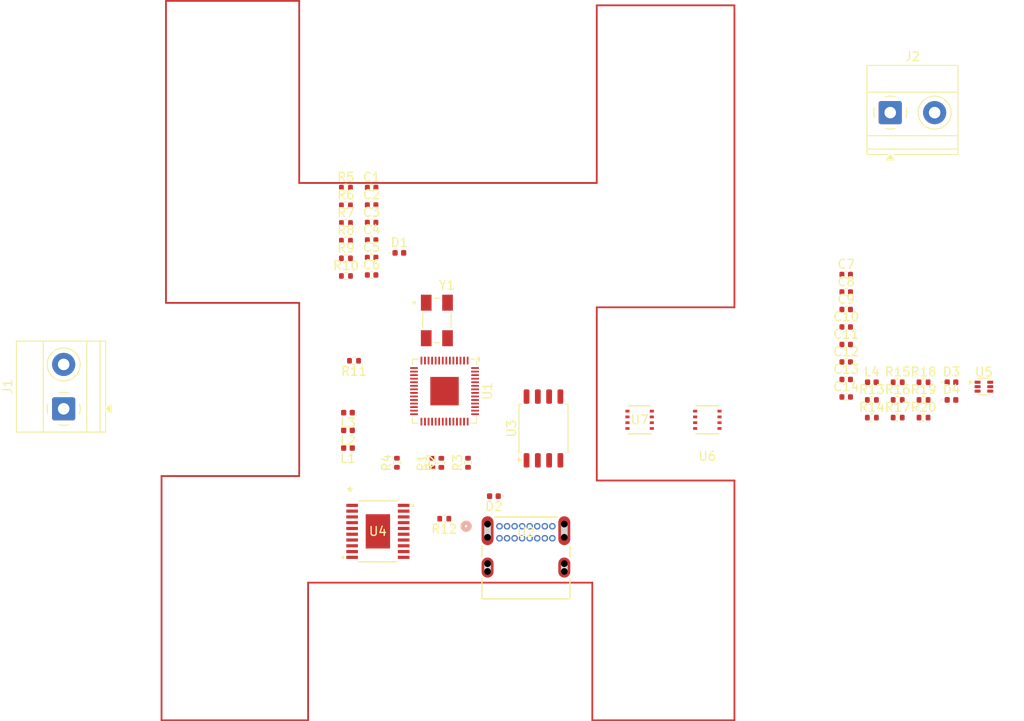
<source format=kicad_pcb>
(kicad_pcb (version 20241229) (generator "pcbnew") (generator_version "9.0")
  (layers (0 "F.Cu" signal) (2 "B.Cu" signal) (13 "F.Paste" user) (15 "B.Paste" user) (5 "F.SilkS" user "F.Silkscreen") (7 "B.SilkS" user "B.Silkscreen") (1 "F.Mask" user) (3 "B.Mask" user) (25 "Edge.Cuts" user))
  (net 0 "")
  (net 1 "1.2V")
  (net 3 "+1.8V")
  (net 9 "+3.3V")
  (net 10 "XIN")
  (net 15 "XOUT")
  (net 19 "Net-(D1-K)")
  (net 21 "Net-(U4-FB2)")
  (net 25 "Net-(U4-FB3)")
  (net 26 "Net-(U4-FB1)")
  (net 28 "VCC")
  (net 29 "+1V1")
  (net 30 "Net-(J1-Pin_2)")
  (net 32 "IO1")
  (net 35 "SS")
  (net 41 "IO3")
  (net 49 "VBUS")
  (net 50 "DP")
  (net 51 "Net-(U1-USB_DP)")
  (net 52 "Net-(U1-USB_DM)")
  (net 53 "DN")
  (net 54 "MEM_CLK")
  (net 55 "GND")
  (net 56 "Net-(U2-CC2)")
  (net 57 "Net-(U2-CC1)")
  (net 58 "IO0")
  (net 59 "Net-(J1-Pin_1)")
  (net 60 "IO2")
  (net 61 "Net-(U4-SW1A)")
  (net 62 "Net-(U4-SW3)")
  (net 63 "Net-(U4-SW2)")
  (net 64 "Net-(U4-SW1B)")
  (net 65 "Net-(C7-Pad2)")
  (net 67 "Net-(C10-Pad2)")
  (net 68 "11.1V")
  (net 71 "Net-(U5-BST)")
  (net 72 "Net-(D3-K)")
  (net 73 "VBAT_REG")
  (net 74 "Net-(U5-SW)")
  (net 75 "Net-(U5-EN)")
  (net 76 "Net-(U5-FB)")
  (net 77 "Net-(U6-Gate1)")
  (net 78 "Net-(U6-Gate2)")
  (net 79 "Net-(U7-Gate1)")
  (net 80 "Net-(U7-Gate2)")
  (footprint "Capacitor_SMD:C_0402_1005Metric" (layer "F.Cu") (at 108.15 78.98)
    (property "Reference" "C2" (at 0 -1.16 0) (layer "F.SilkS"))
    (property "Value" "22uF")
    (pad "1" smd roundrect (at -0.48 0) (size 0.56 0.62) (layers "F.Cu" "F.Mask" "F.Paste") (net 3 "+1.8V"))
    (pad "2" smd roundrect (at 0.48 0) (size 0.56 0.62) (layers "F.Cu" "F.Mask" "F.Paste") (net 55 "GND"))
  )
  (footprint "Capacitor_SMD:C_0402_1005Metric" (layer "F.Cu") (at 108.15 86.86)
    (property "Reference" "C6" (at 0 -1.16 0) (layer "F.SilkS"))
    (property "Value" "30pF")
    (pad "1" smd roundrect (at -0.48 0) (size 0.56 0.62) (layers "F.Cu" "F.Mask" "F.Paste") (net 15 "XOUT"))
    (pad "2" smd roundrect (at 0.48 0) (size 0.56 0.62) (layers "F.Cu" "F.Mask" "F.Paste") (net 55 "GND"))
  )
  (footprint "TerminalBlock_Phoenix:TerminalBlock_Phoenix_MKDS-1,5-2_1x02_P5.00mm_Horizontal" (layer "F.Cu") (at 166.5425 68.58)
    (property "Reference" "J2" (at 2.5 -6.32 0) (layer "F.SilkS"))
    (property "Value" "Screw_Terminal_01x02")
    (pad "1" thru_hole roundrect (at 0 0) (size 2.6 2.6) (drill 1.3) (layers "*.Cu" "*.Mask") (roundrect_rratio 0.096154) (net 55 "GND"))
    (pad "2" thru_hole circle (at 5 0) (size 2.6 2.6) (drill 1.3) (layers "*.Cu" "*.Mask") (net 68 "11.1V"))
  )
  (footprint "Resistor_SMD:R_0402_1005Metric" (layer "F.Cu") (at 116 108.01 90)
    (property "Reference" "R2" (at 0 -1.17 90) (layer "F.SilkS"))
    (property "Value" "27")
    (pad "1" smd roundrect (at -0.51 0 90) (size 0.54 0.64) (layers "F.Cu" "F.Mask" "F.Paste") (net 53 "DN"))
    (pad "2" smd roundrect (at 0.51 0 90) (size 0.54 0.64) (layers "F.Cu" "F.Mask" "F.Paste") (net 52 "Net-(U1-USB_DM)"))
  )
  (footprint "Capacitor_SMD:C_0402_1005Metric" (layer "F.Cu") (at 108.15 84.89)
    (property "Reference" "C5" (at 0 -1.16 0) (layer "F.SilkS"))
    (property "Value" "30pF")
    (pad "1" smd roundrect (at -0.48 0) (size 0.56 0.62) (layers "F.Cu" "F.Mask" "F.Paste") (net 10 "XIN"))
    (pad "2" smd roundrect (at 0.48 0) (size 0.56 0.62) (layers "F.Cu" "F.Mask" "F.Paste") (net 55 "GND"))
  )
  (footprint "LT3521:TSSOP-20_FE&slash_CB_LIT" (layer "F.Cu") (at 108.85805 115.72416)
    (property "Reference" "U4" (at 0 0 0) (layer "F.SilkS"))
    (property "Value" "LTC3521EFE-PBF")
    (fp_text user "*" (at -3.15595 -4.42468 0) (layer "F.SilkS"))
    (fp_text user "*" (at -3.15595 -4.42468 0) (layer "F.SilkS"))
    (pad "1" smd rect (at -2.90195 -2.92608) (size 1.3081 0.3556) (layers "F.Cu" "F.Mask" "F.Paste") (net 25 "Net-(U4-FB3)"))
    (pad "2" smd rect (at -2.90195 -2.27584) (size 1.3081 0.3556) (layers "F.Cu" "F.Mask" "F.Paste") (net 21 "Net-(U4-FB2)"))
    (pad "3" smd rect (at -2.90195 -1.6256) (size 1.3081 0.3556) (layers "F.Cu" "F.Mask" "F.Paste") (net 49 "VBUS"))
    (pad "4" smd rect (at -2.90195 -0.97536) (size 1.3081 0.3556) (layers "F.Cu" "F.Mask" "F.Paste"))
    (pad "5" smd rect (at -2.90195 -0.32512) (size 1.3081 0.3556) (layers "F.Cu" "F.Mask" "F.Paste"))
    (pad "6" smd rect (at -2.90195 0.32512) (size 1.3081 0.3556) (layers "F.Cu" "F.Mask" "F.Paste"))
    (pad "7" smd rect (at -2.90195 0.97536) (size 1.3081 0.3556) (layers "F.Cu" "F.Mask" "F.Paste") (net 19 "Net-(D1-K)"))
    (pad "8" smd rect (at -2.90195 1.6256) (size 1.3081 0.3556) (layers "F.Cu" "F.Mask" "F.Paste") (net 55 "GND"))
    (pad "9" smd rect (at -2.90195 2.27584) (size 1.3081 0.3556) (layers "F.Cu" "F.Mask" "F.Paste") (net 49 "VBUS"))
    (pad "10" smd rect (at -2.90195 2.92608) (size 1.3081 0.3556) (layers "F.Cu" "F.Mask" "F.Paste") (net 26 "Net-(U4-FB1)"))
    (pad "11" smd rect (at 2.90195 2.92608) (size 1.3081 0.3556) (layers "F.Cu" "F.Mask" "F.Paste") (net 49 "VBUS"))
    (pad "12" smd rect (at 2.90195 2.27584) (size 1.3081 0.3556) (layers "F.Cu" "F.Mask" "F.Paste") (net 49 "VBUS"))
    (pad "13" smd rect (at 2.90195 1.6256) (size 1.3081 0.3556) (layers "F.Cu" "F.Mask" "F.Paste") (net 19 "Net-(D1-K)"))
    (pad "14" smd rect (at 2.90195 0.97536) (size 1.3081 0.3556) (layers "F.Cu" "F.Mask" "F.Paste") (net 64 "Net-(U4-SW1B)"))
    (pad "15" smd rect (at 2.90195 0.32512) (size 1.3081 0.3556) (layers "F.Cu" "F.Mask" "F.Paste") (net 61 "Net-(U4-SW1A)"))
    (pad "16" smd rect (at 2.90195 -0.32512) (size 1.3081 0.3556) (layers "F.Cu" "F.Mask" "F.Paste") (net 9 "+3.3V"))
    (pad "17" smd rect (at 2.90195 -0.97536) (size 1.3081 0.3556) (layers "F.Cu" "F.Mask" "F.Paste") (net 62 "Net-(U4-SW3)"))
    (pad "18" smd rect (at 2.90195 -1.6256) (size 1.3081 0.3556) (layers "F.Cu" "F.Mask" "F.Paste") (net 55 "GND"))
    (pad "19" smd rect (at 2.90195 -2.27584) (size 1.3081 0.3556) (layers "F.Cu" "F.Mask" "F.Paste") (net 63 "Net-(U4-SW2)"))
    (pad "20" smd rect (at 2.90195 -2.92608) (size 1.3081 0.3556) (layers "F.Cu" "F.Mask" "F.Paste") (net 19 "Net-(D1-K)"))
    (pad "EPAD" smd rect (at 0 0) (size 2.7432 3.8608) (layers "F.Cu" "F.Mask") (net 55 "GND"))
  )
  (footprint "Resistor_SMD:R_0402_1005Metric" (layer "F.Cu") (at 105.26 86.97)
    (property "Reference" "R10" (at 0 -1.17 0) (layer "F.SilkS"))
    (property "Value" "5.1K")
    (pad "1" smd roundrect (at -0.51 0) (size 0.54 0.64) (layers "F.Cu" "F.Mask" "F.Paste") (net 9 "+3.3V"))
    (pad "2" smd roundrect (at 0.51 0) (size 0.54 0.64) (layers "F.Cu" "F.Mask" "F.Paste") (net 26 "Net-(U4-FB1)"))
  )
  (footprint "Resistor_SMD:R_0402_1005Metric" (layer "F.Cu") (at 164.4725 102.915676)
    (property "Reference" "R14" (at 0 -1.17 0) (layer "F.SilkS"))
    (property "Value" "45K")
    (pad "1" smd roundrect (at -0.51 0) (size 0.54 0.64) (layers "F.Cu" "F.Mask" "F.Paste") (net 75 "Net-(U5-EN)"))
    (pad "2" smd roundrect (at 0.51 0) (size 0.54 0.64) (layers "F.Cu" "F.Mask" "F.Paste") (net 55 "GND"))
  )
  (footprint "Resistor_SMD:R_0402_1005Metric" (layer "F.Cu") (at 106.17 96.52 180)
    (property "Reference" "R11" (at 0 -1.17 0) (layer "F.SilkS"))
    (property "Value" "0")
    (pad "1" smd roundrect (at -0.51 0 180) (size 0.54 0.64) (layers "F.Cu" "F.Mask" "F.Paste") (net 3 "+1.8V"))
    (pad "2" smd roundrect (at 0.51 0 180) (size 0.54 0.64) (layers "F.Cu" "F.Mask" "F.Paste") (net 28 "VCC"))
  )
  (footprint "Capacitor_SMD:C_0402_1005Metric" (layer "F.Cu") (at 161.5825 98.625676)
    (property "Reference" "C13" (at 0 -1.16 0) (layer "F.SilkS"))
    (property "Value" "10uF")
    (pad "1" smd roundrect (at -0.48 0) (size 0.56 0.62) (layers "F.Cu" "F.Mask" "F.Paste") (net 68 "11.1V"))
    (pad "2" smd roundrect (at 0.48 0) (size 0.56 0.62) (layers "F.Cu" "F.Mask" "F.Paste") (net 55 "GND"))
  )
  (footprint "Capacitor_SMD:C_0402_1005Metric" (layer "F.Cu") (at 161.5825 86.805676)
    (property "Reference" "C7" (at 0 -1.16 0) (layer "F.SilkS"))
    (property "Value" "1uF")
    (pad "1" smd roundrect (at -0.48 0) (size 0.56 0.62) (layers "F.Cu" "F.Mask" "F.Paste") (net 28 "VCC"))
    (pad "2" smd roundrect (at 0.48 0) (size 0.56 0.62) (layers "F.Cu" "F.Mask" "F.Paste") (net 65 "Net-(C7-Pad2)"))
  )
  (footprint "Resistor_SMD:R_0402_1005Metric" (layer "F.Cu") (at 119 108 90)
    (property "Reference" "R3" (at 0 -1.17 90) (layer "F.SilkS"))
    (property "Value" "5.1K")
    (pad "1" smd roundrect (at -0.51 0 90) (size 0.54 0.64) (layers "F.Cu" "F.Mask" "F.Paste") (net 56 "Net-(U2-CC2)"))
    (pad "2" smd roundrect (at 0.51 0 90) (size 0.54 0.64) (layers "F.Cu" "F.Mask" "F.Paste") (net 55 "GND"))
  )
  (footprint "Capacitor_SMD:C_0402_1005Metric" (layer "F.Cu") (at 108.15 82.92)
    (property "Reference" "C4" (at 0 -1.16 0) (layer "F.SilkS"))
    (property "Value" "100nF")
    (pad "1" smd roundrect (at -0.48 0) (size 0.56 0.62) (layers "F.Cu" "F.Mask" "F.Paste") (net 9 "+3.3V"))
    (pad "2" smd roundrect (at 0.48 0) (size 0.56 0.62) (layers "F.Cu" "F.Mask" "F.Paste") (net 55 "GND"))
  )
  (footprint "Resistor_SMD:R_0402_1005Metric" (layer "F.Cu") (at 111 108 90)
    (property "Reference" "R4" (at 0 -1.17 90) (layer "F.SilkS"))
    (property "Value" "5.1K")
    (pad "1" smd roundrect (at -0.51 0 90) (size 0.54 0.64) (layers "F.Cu" "F.Mask" "F.Paste") (net 57 "Net-(U2-CC1)"))
    (pad "2" smd roundrect (at 0.51 0 90) (size 0.54 0.64) (layers "F.Cu" "F.Mask" "F.Paste") (net 55 "GND"))
  )
  (footprint "ABM3B-12:XTAL_ABM3B-12.000MHZ-10-1-U-T" (layer "F.Cu") (at 115.5 91.98)
    (property "Reference" "Y1" (at 1.125 -3.985 0) (layer "F.SilkS"))
    (property "Value" "ABM3B-12.000MHZ-10-1-U-T")
    (pad "1" smd rect (at -1.2 -2) (size 1.2 1.8) (layers "F.Cu" "F.Mask" "F.Paste") (net 10 "XIN"))
    (pad "2" smd rect (at -1.2 2) (size 1.2 1.8) (layers "F.Cu" "F.Mask" "F.Paste") (net 55 "GND"))
    (pad "3" smd rect (at 1.2 2) (size 1.2 1.8) (layers "F.Cu" "F.Mask" "F.Paste") (net 15 "XOUT"))
    (pad "4" smd rect (at 1.2 -2) (size 1.2 1.8) (layers "F.Cu" "F.Mask" "F.Paste") (net 55 "GND"))
  )
  (footprint "Resistor_SMD:R_0402_1005Metric" (layer "F.Cu") (at 170.2925 102.915676)
    (property "Reference" "R20" (at 0 -1.17 0) (layer "F.SilkS"))
    (property "Value" "5.1K")
    (pad "1" smd roundrect (at -0.51 0) (size 0.54 0.64) (layers "F.Cu" "F.Mask" "F.Paste") (net 80 "Net-(U7-Gate2)"))
    (pad "2" smd roundrect (at 0.51 0) (size 0.54 0.64) (layers "F.Cu" "F.Mask" "F.Paste") (net 55 "GND"))
  )
  (footprint "Resistor_SMD:R_0402_1005Metric" (layer "F.Cu") (at 116.33 114.3 180)
    (property "Reference" "R12" (at 0 -1.17 0) (layer "F.SilkS"))
    (property "Value" "0")
    (pad "1" smd roundrect (at -0.51 0 180) (size 0.54 0.64) (layers "F.Cu" "F.Mask" "F.Paste") (net 9 "+3.3V"))
    (pad "2" smd roundrect (at 0.51 0 180) (size 0.54 0.64) (layers "F.Cu" "F.Mask" "F.Paste") (net 28 "VCC"))
  )
  (footprint "Resistor_SMD:R_0402_1005Metric" (layer "F.Cu") (at 167.3825 100.925676)
    (property "Reference" "R16" (at 0 -1.17 0) (layer "F.SilkS"))
    (property "Value" "5.1K")
    (pad "1" smd roundrect (at -0.51 0) (size 0.54 0.64) (layers "F.Cu" "F.Mask" "F.Paste") (net 76 "Net-(U5-FB)"))
    (pad "2" smd roundrect (at 0.51 0) (size 0.54 0.64) (layers "F.Cu" "F.Mask" "F.Paste") (net 55 "GND"))
  )
  (footprint "Resistor_SMD:R_0402_1005Metric" (layer "F.Cu") (at 170.2925 100.925676)
    (property "Reference" "R19" (at 0 -1.17 0) (layer "F.SilkS"))
    (property "Value" "5.1K")
    (pad "1" smd roundrect (at -0.51 0) (size 0.54 0.64) (layers "F.Cu" "F.Mask" "F.Paste") (net 49 "VBUS"))
    (pad "2" smd roundrect (at 0.51 0) (size 0.54 0.64) (layers "F.Cu" "F.Mask" "F.Paste") (net 79 "Net-(U7-Gate1)"))
  )
  (footprint "Resistor_SMD:R_0402_1005Metric" (layer "F.Cu") (at 167.3825 102.915676)
    (property "Reference" "R17" (at 0 -1.17 0) (layer "F.SilkS"))
    (property "Value" "5.1K")
    (pad "1" smd roundrect (at -0.51 0) (size 0.54 0.64) (layers "F.Cu" "F.Mask" "F.Paste") (net 49 "VBUS"))
    (pad "2" smd roundrect (at 0.51 0) (size 0.54 0.64) (layers "F.Cu" "F.Mask" "F.Paste") (net 77 "Net-(U6-Gate1)"))
  )
  (footprint "Diode_SMD:D_0402_1005Metric" (layer "F.Cu") (at 173.4375 98.935676)
    (property "Reference" "D3" (at 0 -1.17 0) (layer "F.SilkS"))
    (property "Value" "D_Zener")
    (pad "1" smd roundrect (at -0.485 0) (size 0.59 0.64) (layers "F.Cu" "F.Mask" "F.Paste") (net 72 "Net-(D3-K)"))
    (pad "2" smd roundrect (at 0.485 0) (size 0.59 0.64) (layers "F.Cu" "F.Mask" "F.Paste") (net 68 "11.1V"))
  )
  (footprint "TerminalBlock_Phoenix:TerminalBlock_Phoenix_MKDS-1,5-2_1x02_P5.00mm_Horizontal" (layer "F.Cu") (at 73.48 101.93 90)
    (property "Reference" "J1" (at 2.5 -6.32 90) (layer "F.SilkS"))
    (property "Value" "Screw_Terminal_01x02")
    (pad "1" thru_hole roundrect (at 0 0 90) (size 2.6 2.6) (drill 1.3) (layers "*.Cu" "*.Mask") (roundrect_rratio 0.096154) (net 59 "Net-(J1-Pin_1)"))
    (pad "2" thru_hole circle (at 5 0 90) (size 2.6 2.6) (drill 1.3) (layers "*.Cu" "*.Mask") (net 30 "Net-(J1-Pin_2)"))
  )
  (footprint "Diode_SMD:D_0402_1005Metric" (layer "F.Cu") (at 173.4375 100.925676)
    (property "Reference" "D4" (at 0 -1.17 0) (layer "F.SilkS"))
    (property "Value" "D_Zener")
    (pad "1" smd roundrect (at -0.485 0) (size 0.59 0.64) (layers "F.Cu" "F.Mask" "F.Paste") (net 73 "VBAT_REG"))
    (pad "2" smd roundrect (at 0.485 0) (size 0.59 0.64) (layers "F.Cu" "F.Mask" "F.Paste") (net 73 "VBAT_REG"))
  )
  (footprint "Diode_SMD:D_0402_1005Metric" (layer "F.Cu") (at 111.275 84.37)
    (property "Reference" "D1" (at 0 -1.17 0) (layer "F.SilkS"))
    (property "Value" "D_Zener")
    (pad "1" smd roundrect (at -0.485 0) (size 0.59 0.64) (layers "F.Cu" "F.Mask" "F.Paste") (net 19 "Net-(D1-K)"))
    (pad "2" smd roundrect (at 0.485 0) (size 0.59 0.64) (layers "F.Cu" "F.Mask" "F.Paste") (net 49 "VBUS"))
  )
  (footprint "Inductor_SMD:L_0402_1005Metric" (layer "F.Cu") (at 105.49 102.36 180)
    (property "Reference" "L3" (at 0 -1.17 0) (layer "F.SilkS"))
    (property "Value" "4.7uH")
    (pad "1" smd roundrect (at -0.485 0 180) (size 0.59 0.64) (layers "F.Cu" "F.Mask" "F.Paste") (net 62 "Net-(U4-SW3)"))
    (pad "2" smd roundrect (at 0.485 0 180) (size 0.59 0.64) (layers "F.Cu" "F.Mask" "F.Paste") (net 1 "1.2V"))
  )
  (footprint "Capacitor_SMD:C_0402_1005Metric" (layer "F.Cu") (at 161.5825 96.655676)
    (property "Reference" "C12" (at 0 -1.16 0) (layer "F.SilkS"))
    (property "Value" "1uF")
    (pad "1" smd roundrect (at -0.48 0) (size 0.56 0.62) (layers "F.Cu" "F.Mask" "F.Paste") (net 29 "+1V1"))
    (pad "2" smd roundrect (at 0.48 0) (size 0.56 0.62) (layers "F.Cu" "F.Mask" "F.Paste") (net 67 "Net-(C10-Pad2)"))
  )
  (footprint "Resistor_SMD:R_0402_1005Metric" (layer "F.Cu") (at 105.26 82.99)
    (property "Reference" "R8" (at 0 -1.17 0) (layer "F.SilkS"))
    (property "Value" "5.1K")
    (pad "1" smd roundrect (at -0.51 0) (size 0.54 0.64) (layers "F.Cu" "F.Mask" "F.Paste") (net 25 "Net-(U4-FB3)"))
    (pad "2" smd roundrect (at 0.51 0) (size 0.54 0.64) (layers "F.Cu" "F.Mask" "F.Paste") (net 55 "GND"))
  )
  (footprint "Resistor_SMD:R_0402_1005Metric" (layer "F.Cu") (at 115 108.01 90)
    (property "Reference" "R1" (at 0 -1.17 90) (layer "F.SilkS"))
    (property "Value" "27")
    (pad "1" smd roundrect (at -0.51 0 90) (size 0.54 0.64) (layers "F.Cu" "F.Mask" "F.Paste") (net 50 "DP"))
    (pad "2" smd roundrect (at 0.51 0 90) (size 0.54 0.64) (layers "F.Cu" "F.Mask" "F.Paste") (net 51 "Net-(U1-USB_DP)"))
  )
  (footprint "Package_TO_SOT_SMD:SOT-563" (layer "F.Cu") (at 177.0875 99.435676)
    (property "Reference" "U5" (at 0 -1.65 0) (layer "F.SilkS"))
    (property "Value" "AP62150WU")
    (pad "1" smd roundrect (at -0.7125 -0.5) (size 0.675 0.35) (layers "F.Cu" "F.Mask" "F.Paste") (net 55 "GND"))
    (pad "2" smd roundrect (at -0.7125 0) (size 0.675 0.35) (layers "F.Cu" "F.Mask" "F.Paste") (net 74 "Net-(U5-SW)"))
    (pad "3" smd roundrect (at -0.7125 0.5) (size 0.675 0.35) (layers "F.Cu" "F.Mask" "F.Paste") (net 72 "Net-(D3-K)"))
    (pad "4" smd roundrect (at 0.7125 0.5) (size 0.675 0.35) (layers "F.Cu" "F.Mask" "F.Paste") (net 76 "Net-(U5-FB)"))
    (pad "5" smd roundrect (at 0.7125 0) (size 0.675 0.35) (layers "F.Cu" "F.Mask" "F.Paste") (net 75 "Net-(U5-EN)"))
    (pad "6" smd roundrect (at 0.7125 -0.5) (size 0.675 0.35) (layers "F.Cu" "F.Mask" "F.Paste") (net 71 "Net-(U5-BST)"))
  )
  (footprint "Resistor_SMD:R_0402_1005Metric" (layer "F.Cu") (at 164.4725 100.925676)
    (property "Reference" "R13" (at 0 -1.17 0) (layer "F.SilkS"))
    (property "Value" "55K")
    (pad "1" smd roundrect (at -0.51 0) (size 0.54 0.64) (layers "F.Cu" "F.Mask" "F.Paste") (net 68 "11.1V"))
    (pad "2" smd roundrect (at 0.51 0) (size 0.54 0.64) (layers "F.Cu" "F.Mask" "F.Paste") (net 75 "Net-(U5-EN)"))
  )
  (footprint "Capacitor_SMD:C_0402_1005Metric" (layer "F.Cu") (at 108.15 80.95)
    (property "Reference" "C3" (at 0 -1.16 0) (layer "F.SilkS"))
    (property "Value" "22uF")
    (pad "1" smd roundrect (at -0.48 0) (size 0.56 0.62) (layers "F.Cu" "F.Mask" "F.Paste") (net 9 "+3.3V"))
    (pad "2" smd roundrect (at 0.48 0) (size 0.56 0.62) (layers "F.Cu" "F.Mask" "F.Paste") (net 55 "GND"))
  )
  (footprint "Resistor_SMD:R_0402_1005Metric" (layer "F.Cu") (at 105.26 84.98)
    (property "Reference" "R9" (at 0 -1.17 0) (layer "F.SilkS"))
    (property "Value" "5.1K")
    (pad "1" smd roundrect (at -0.51 0) (size 0.54 0.64) (layers "F.Cu" "F.Mask" "F.Paste") (net 26 "Net-(U4-FB1)"))
    (pad "2" smd roundrect (at 0.51 0) (size 0.54 0.64) (layers "F.Cu" "F.Mask" "F.Paste") (net 55 "GND"))
  )
  (footprint "Inductor_SMD:L_0402_1005Metric" (layer "F.Cu") (at 164.4725 98.935676)
    (property "Reference" "L4" (at 0 -1.17 0) (layer "F.SilkS"))
    (property "Value" "3.3uH")
    (pad "1" smd roundrect (at -0.485 0) (size 0.59 0.64) (layers "F.Cu" "F.Mask" "F.Paste") (net 74 "Net-(U5-SW)"))
    (pad "2" smd roundrect (at 0.485 0) (size 0.59 0.64) (layers "F.Cu" "F.Mask" "F.Paste") (net 73 "VBAT_REG"))
  )
  (footprint "Capacitor_SMD:C_0402_1005Metric" (layer "F.Cu") (at 108.15 77.01)
    (property "Reference" "C1" (at 0 -1.16 0) (layer "F.SilkS"))
    (property "Value" "22uF")
    (pad "1" smd roundrect (at -0.48 0) (size 0.56 0.62) (layers "F.Cu" "F.Mask" "F.Paste") (net 1 "1.2V"))
    (pad "2" smd roundrect (at 0.48 0) (size 0.56 0.62) (layers "F.Cu" "F.Mask" "F.Paste") (net 55 "GND"))
  )
  (footprint "Capacitor_SMD:C_0402_1005Metric" (layer "F.Cu") (at 161.5825 90.745676)
    (property "Reference" "C9" (at 0 -1.16 0) (layer "F.SilkS"))
    (property "Value" "1uF")
    (pad "1" smd roundrect (at -0.48 0) (size 0.56 0.62) (layers "F.Cu" "F.Mask" "F.Paste") (net 28 "VCC"))
    (pad "2" smd roundrect (at 0.48 0) (size 0.56 0.62) (layers "F.Cu" "F.Mask" "F.Paste") (net 65 "Net-(C7-Pad2)"))
  )
  (footprint "2137160001_MOL_USB-C:2137160001_MOL" (layer "F.Cu") (at 122.549999 115.15)
    (property "Reference" "U2" (at 2.975 0.675 0) (layer "F.SilkS"))
    (property "Value" "2137160001")
    (fp_line (start -1.345001 5.094501) (end -1.345001 4.205501) (stroke (width 0.762)) (layer "Edge.Cuts"))
    (fp_line (start -1.345 1.2493) (end -1.345 -0.2493) (stroke (width 0.762)) (layer "Edge.Cuts"))
    (fp_line (start 7.295001 1.2493) (end 7.295001 -0.2493) (stroke (width 0.762)) (layer "Edge.Cuts"))
    (fp_line (start 7.295002 5.094501) (end 7.295002 4.205501) (stroke (width 0.762)) (layer "Edge.Cuts"))
    (pad "" np_thru_hole circle (at -1.345001 4.205501) (size 0.762 0.762) (drill 0.762) (layers))
    (pad "" np_thru_hole circle (at -1.345001 5.094501) (size 0.762 0.762) (drill 0.762) (layers))
    (pad "" np_thru_hole circle (at -1.345 -0.2493) (size 0.762 0.762) (drill 0.762) (layers))
    (pad "" np_thru_hole circle (at -1.345 1.2493) (size 0.762 0.762) (drill 0.762) (layers))
    (pad "" np_thru_hole circle (at 7.295001 -0.2493) (size 0.762 0.762) (drill 0.762) (layers))
    (pad "" np_thru_hole circle (at 7.295001 1.2493) (size 0.762 0.762) (drill 0.762) (layers))
    (pad "" np_thru_hole circle (at 7.295002 4.205501) (size 0.762 0.762) (drill 0.762) (layers))
    (pad "" np_thru_hole circle (at 7.295002 5.094501) (size 0.762 0.762) (drill 0.762) (layers))
    (pad "17" smd oval (at -1.345001 0.499999) (size 1.3462 3.2512) (layers "F.Cu" "F.Mask" "F.Paste"))
    (pad "18" smd oval (at 7.295002 0.499999) (size 1.3462 3.2512) (layers "F.Cu" "F.Mask" "F.Paste"))
    (pad "19" smd oval (at -1.345001 4.650001) (size 1.3462 2.2606) (layers "F.Cu" "F.Mask" "F.Paste"))
    (pad "20" smd oval (at 7.295002 4.650001) (size 1.3462 2.2606) (layers "F.Cu" "F.Mask" "F.Paste"))
    (pad "A1" thru_hole circle (at 0 0) (size 0.7366 0.7366) (drill 0.4318) (layers "*.Cu" "*.Mask") (net 55 "GND"))
    (pad "A4" thru_hole circle (at 0.850001 0) (size 0.7366 0.7366) (drill 0.4318) (layers "*.Cu" "*.Mask") (net 49 "VBUS"))
    (pad "A5" thru_hole circle (at 1.699999 0) (size 0.7366 0.7366) (drill 0.4318) (layers "*.Cu" "*.Mask") (net 57 "Net-(U2-CC1)"))
    (pad "A6" thru_hole circle (at 2.55 0) (size 0.7366 0.7366) (drill 0.4318) (layers "*.Cu" "*.Mask") (net 50 "DP"))
    (pad "A7" thru_hole circle (at 3.400001 0) (size 0.7366 0.7366) (drill 0.4318) (layers "*.Cu" "*.Mask") (net 53 "DN"))
    (pad "A8" thru_hole circle (at 4.250002 0) (size 0.7366 0.7366) (drill 0.4318) (layers "*.Cu" "*.Mask"))
    (pad "A9" thru_hole circle (at 5.1 0) (size 0.7366 0.7366) (drill 0.4318) (layers "*.Cu" "*.Mask") (net 49 "VBUS"))
    (pad "A12" thru_hole circle (at 5.950001 0) (size 0.7366 0.7366) (drill 0.4318) (layers "*.Cu" "*.Mask") (net 55 "GND"))
    (pad "B1" thru_hole circle (at 5.950001 1.35) (size 0.7366 0.7366) (drill 0.4318) (layers "*.Cu" "*.Mask") (net 55 "GND"))
    (pad "B4" thru_hole circle (at 5.1 1.35) (size 0.7366 0.7366) (drill 0.4318) (layers "*.Cu" "*.Mask") (net 49 "VBUS"))
    (pad "B5" thru_hole circle (at 4.250002 1.35) (size 0.7366 0.7366) (drill 0.4318) (layers "*.Cu" "*.Mask") (net 56 "Net-(U2-CC2)"))
    (pad "B6" thru_hole circle (at 3.400001 1.35) (size 0.7366 0.7366) (drill 0.4318) (layers "*.Cu" "*.Mask") (net 50 "DP"))
    (pad "B7" thru_hole circle (at 2.55 1.35) (size 0.7366 0.7366) (drill 0.4318) (layers "*.Cu" "*.Mask") (net 53 "DN"))
    (pad "B8" thru_hole circle (at 1.699999 1.35) (size 0.7366 0.7366) (drill 0.4318) (layers "*.Cu" "*.Mask"))
    (pad "B9" thru_hole circle (at 0.850001 1.35) (size 0.7366 0.7366) (drill 0.4318) (layers "*.Cu" "*.Mask") (net 49 "VBUS"))
    (pad "B12" thru_hole circle (at 0 1.35) (size 0.7366 0.7366) (drill 0.4318) (layers "*.Cu" "*.Mask") (net 55 "GND"))
  )
  (footprint "Capacitor_SMD:C_0402_1005Metric" (layer "F.Cu") (at 161.5825 94.685676)
    (property "Reference" "C11" (at 0 -1.16 0) (layer "F.SilkS"))
    (property "Value" "1uF")
    (pad "1" smd roundrect (at -0.48 0) (size 0.56 0.62) (layers "F.Cu" "F.Mask" "F.Paste") (net 29 "+1V1"))
    (pad "2" smd roundrect (at 0.48 0) (size 0.56 0.62) (layers "F.Cu" "F.Mask" "F.Paste") (net 67 "Net-(C10-Pad2)"))
  )
  (footprint "Package_DFN_QFN:QFN-56-1EP_7x7mm_P0.4mm_EP3.2x3.2mm" (layer "F.Cu") (at 116.360194 99.935676 -90)
    (property "Reference" "U1" (at 0 -4.83 90) (layer "F.SilkS"))
    (property "Value" "RP2040")
    (pad "1" smd roundrect (at -3.4375 -2.6 270) (size 0.875 0.2) (layers "F.Cu" "F.Mask" "F.Paste") (net 28 "VCC"))
    (pad "2" smd roundrect (at -3.4375 -2.2 270) (size 0.875 0.2) (layers "F.Cu" "F.Mask" "F.Paste"))
    (pad "3" smd roundrect (at -3.4375 -1.8 270) (size 0.875 0.2) (layers "F.Cu" "F.Mask" "F.Paste"))
    (pad "4" smd roundrect (at -3.4375 -1.4 270) (size 0.875 0.2) (layers "F.Cu" "F.Mask" "F.Paste"))
    (pad "5" smd roundrect (at -3.4375 -1 270) (size 0.875 0.2) (layers "F.Cu" "F.Mask" "F.Paste"))
    (pad "6" smd roundrect (at -3.4375 -0.6 270) (size 0.875 0.2) (layers "F.Cu" "F.Mask" "F.Paste"))
    (pad "7" smd roundrect (at -3.4375 -0.2 270) (size 0.875 0.2) (layers "F.Cu" "F.Mask" "F.Paste"))
    (pad "8" smd roundrect (at -3.4375 0.2 270) (size 0.875 0.2) (layers "F.Cu" "F.Mask" "F.Paste"))
    (pad "9" smd roundrect (at -3.4375 0.6 270) (size 0.875 0.2) (layers "F.Cu" "F.Mask" "F.Paste"))
    (pad "10" smd roundrect (at -3.4375 1 270) (size 0.875 0.2) (layers "F.Cu" "F.Mask" "F.Paste") (net 28 "VCC"))
    (pad "11" smd roundrect (at -3.4375 1.4 270) (size 0.875 0.2) (layers "F.Cu" "F.Mask" "F.Paste"))
    (pad "12" smd roundrect (at -3.4375 1.8 270) (size 0.875 0.2) (layers "F.Cu" "F.Mask" "F.Paste"))
    (pad "13" smd roundrect (at -3.4375 2.2 270) (size 0.875 0.2) (layers "F.Cu" "F.Mask" "F.Paste"))
    (pad "14" smd roundrect (at -3.4375 2.6 270) (size 0.875 0.2) (layers "F.Cu" "F.Mask" "F.Paste"))
    (pad "15" smd roundrect (at -2.6 3.4375 270) (size 0.2 0.875) (layers "F.Cu" "F.Mask" "F.Paste"))
    (pad "16" smd roundrect (at -2.2 3.4375 270) (size 0.2 0.875) (layers "F.Cu" "F.Mask" "F.Paste"))
    (pad "17" smd roundrect (at -1.8 3.4375 270) (size 0.2 0.875) (layers "F.Cu" "F.Mask" "F.Paste"))
    (pad "18" smd roundrect (at -1.4 3.4375 270) (size 0.2 0.875) (layers "F.Cu" "F.Mask" "F.Paste"))
    (pad "19" smd roundrect (at -1 3.4375 270) (size 0.2 0.875) (layers "F.Cu" "F.Mask" "F.Paste") (net 55 "GND"))
    (pad "20" smd roundrect (at -0.6 3.4375 270) (size 0.2 0.875) (layers "F.Cu" "F.Mask" "F.Paste") (net 10 "XIN"))
    (pad "21" smd roundrect (at -0.2 3.4375 270) (size 0.2 0.875) (layers "F.Cu" "F.Mask" "F.Paste") (net 15 "XOUT"))
    (pad "22" smd roundrect (at 0.2 3.4375 270) (size 0.2 0.875) (layers "F.Cu" "F.Mask" "F.Paste") (net 28 "VCC"))
    (pad "23" smd roundrect (at 0.6 3.4375 270) (size 0.2 0.875) (layers "F.Cu" "F.Mask" "F.Paste") (net 29 "+1V1"))
    (pad "24" smd roundrect (at 1 3.4375 270) (size 0.2 0.875) (layers "F.Cu" "F.Mask" "F.Paste") (net 30 "Net-(J1-Pin_2)"))
    (pad "25" smd roundrect (at 1.4 3.4375 270) (size 0.2 0.875) (layers "F.Cu" "F.Mask" "F.Paste") (net 59 "Net-(J1-Pin_1)"))
    (pad "26" smd roundrect (at 1.8 3.4375 270) (size 0.2 0.875) (layers "F.Cu" "F.Mask" "F.Paste"))
    (pad "27" smd roundrect (at 2.2 3.4375 270) (size 0.2 0.875) (layers "F.Cu" "F.Mask" "F.Paste"))
    (pad "28" smd roundrect (at 2.6 3.4375 270) (size 0.2 0.875) (layers "F.Cu" "F.Mask" "F.Paste"))
    (pad "29" smd roundrect (at 3.4375 2.6 270) (size 0.875 0.2) (layers "F.Cu" "F.Mask" "F.Paste"))
    (pad "30" smd roundrect (at 3.4375 2.2 270) (size 0.875 0.2) (layers "F.Cu" "F.Mask" "F.Paste"))
    (pad "31" smd roundrect (at 3.4375 1.8 270) (size 0.875 0.2) (layers "F.Cu" "F.Mask" "F.Paste"))
    (pad "32" smd roundrect (at 3.4375 1.4 270) (size 0.875 0.2) (layers "F.Cu" "F.Mask" "F.Paste"))
    (pad "33" smd roundrect (at 3.4375 1 270) (size 0.875 0.2) (layers "F.Cu" "F.Mask" "F.Paste") (net 28 "VCC"))
    (pad "34" smd roundrect (at 3.4375 0.6 270) (size 0.875 0.2) (layers "F.Cu" "F.Mask" "F.Paste"))
    (pad "35" smd roundrect (at 3.4375 0.2 270) (size 0.875 0.2) (layers "F.Cu" "F.Mask" "F.Paste"))
    (pad "36" smd roundrect (at 3.4375 -0.2 270) (size 0.875 0.2) (layers "F.Cu" "F.Mask" "F.Paste"))
    (pad "37" smd roundrect (at 3.4375 -0.6 270) (size 0.875 0.2) (layers "F.Cu" "F.Mask" "F.Paste"))
    (pad "38" smd roundrect (at 3.4375 -1 270) (size 0.875 0.2) (layers "F.Cu" "F.Mask" "F.Paste"))
    (pad "39" smd roundrect (at 3.4375 -1.4 270) (size 0.875 0.2) (layers "F.Cu" "F.Mask" "F.Paste"))
    (pad "40" smd roundrect (at 3.4375 -1.8 270) (size 0.875 0.2) (layers "F.Cu" "F.Mask" "F.Paste"))
    (pad "41" smd roundrect (at 3.4375 -2.2 270) (size 0.875 0.2) (layers "F.Cu" "F.Mask" "F.Paste"))
    (pad "42" smd roundrect (at 3.4375 -2.6 270) (size 0.875 0.2) (layers "F.Cu" "F.Mask" "F.Paste") (net 28 "VCC"))
    (pad "43" smd roundrect (at 2.6 -3.4375 270) (size 0.2 0.875) (layers "F.Cu" "F.Mask" "F.Paste") (net 28 "VCC"))
    (pad "44" smd roundrect (at 2.2 -3.4375 270) (size 0.2 0.875) (layers "F.Cu" "F.Mask" "F.Paste") (net 28 "VCC"))
    (pad "45" smd roundrect (at 1.8 -3.4375 270) (size 0.2 0.875) (layers "F.Cu" "F.Mask" "F.Paste") (net 29 "+1V1"))
    (pad "46" smd roundrect (at 1.4 -3.4375 270) (size 0.2 0.875) (layers "F.Cu" "F.Mask" "F.Paste") (net 52 "Net-(U1-USB_DM)"))
    (pad "47" smd roundrect (at 1 -3.4375 270) (size 0.2 0.875) (layers "F.Cu" "F.Mask" "F.Paste") (net 51 "Net-(U1-USB_DP)"))
    (pad "48" smd roundrect (at 0.6 -3.4375 270) (size 0.2 0.875) (layers "F.Cu" "F.Mask" "F.Paste") (net 28 "VCC"))
    (pad "49" smd roundrect (at 0.2 -3.4375 270) (size 0.2 0.875) (layers "F.Cu" "F.Mask" "F.Paste") (net 28 "VCC"))
    (pad "50" smd roundrect (at -0.2 -3.4375 270) (size 0.2 0.875) (layers "F.Cu" "F.Mask" "F.Paste") (net 29 "+1V1"))
    (pad "51" smd roundrect (at -0.6 -3.4375 270) (size 0.2 0.875) (layers "F.Cu" "F.Mask" "F.Paste") (net 41 "IO3"))
    (pad "52" smd roundrect (at -1 -3.4375 270) (size 0.2 0.875) (layers "F.Cu" "F.Mask" "F.Paste") (net 54 "MEM_CLK"))
    (pad "53" smd roundrect (at -1.4 -3.4375 270) (size 0.2 0.875) (layers "F.Cu" "F.Mask" "F.Paste") (net 58 "IO0"))
    (pad "54" smd roundrect (at -1.8 -3.4375 270) (size 0.2 0.875) (layers "F.Cu" "F.Mask" "F.Paste") (net 60 "IO2"))
    (pad "55" smd roundrect (at -2.2 -3.4375 270) (size 0.2 0.875) (layers "F.Cu" "F.Mask" "F.Paste") (net 32 "IO1"))
    (pad "56" smd roundrect (at -2.6 -3.4375 270) (size 0.2 0.875) (layers "F.Cu" "F.Mask" "F.Paste") (net 35 "SS"))
    (pad "57" smd rect (at 0 0 270) (size 3.2 3.2) (property pad_prop_heatsink) (layers "F.Cu" "F.Mask") (net 55 "GND"))
  )
  (footprint "Resistor_SMD:R_0402_1005Metric" (layer "F.Cu") (at 105.26 81)
    (property "Reference" "R7" (at 0 -1.17 0) (layer "F.SilkS"))
    (property "Value" "5.1K")
    (pad "1" smd roundrect (at -0.51 0) (size 0.54 0.64) (layers "F.Cu" "F.Mask" "F.Paste") (net 1 "1.2V"))
    (pad "2" smd roundrect (at 0.51 0) (size 0.54 0.64) (layers "F.Cu" "F.Mask" "F.Paste") (net 25 "Net-(U4-FB3)"))
  )
  (footprint "Capacitor_SMD:C_0402_1005Metric" (layer "F.Cu") (at 161.5825 100.595676)
    (property "Reference" "C14" (at 0 -1.16 0) (layer "F.SilkS"))
    (property "Value" "100nF")
    (pad "1" smd roundrect (at -0.48 0) (size 0.56 0.62) (layers "F.Cu" "F.Mask" "F.Paste") (net 71 "Net-(U5-BST)"))
    (pad "2" smd roundrect (at 0.48 0) (size 0.56 0.62) (layers "F.Cu" "F.Mask" "F.Paste") (net 55 "GND"))
  )
  (footprint "Resistor_SMD:R_0402_1005Metric" (layer "F.Cu") (at 105.26 79.01)
    (property "Reference" "R6" (at 0 -1.17 0) (layer "F.SilkS"))
    (property "Value" "5.1K")
    (pad "1" smd roundrect (at -0.51 0) (size 0.54 0.64) (layers "F.Cu" "F.Mask" "F.Paste") (net 21 "Net-(U4-FB2)"))
    (pad "2" smd roundrect (at 0.51 0) (size 0.54 0.64) (layers "F.Cu" "F.Mask" "F.Paste") (net 55 "GND"))
  )
  (footprint "Diode_SMD:D_0402_1005Metric" (layer "F.Cu") (at 121.92 111.76 180)
    (property "Reference" "D2" (at 0 -1.17 0) (layer "F.SilkS"))
    (property "Value" "D_Zener")
    (pad "1" smd roundrect (at -0.485 0 180) (size 0.59 0.64) (layers "F.Cu" "F.Mask" "F.Paste") (net 49 "VBUS"))
    (pad "2" smd roundrect (at 0.485 0 180) (size 0.59 0.64) (layers "F.Cu" "F.Mask" "F.Paste") (net 55 "GND"))
  )
  (footprint "ECH8690_TL_H:ECH8_2P9X2P3_ONS" (layer "F.Cu") (at 138.3284 103.165001)
    (property "Reference" "U7" (at 0 0 0) (layer "F.SilkS"))
    (property "Value" "ECH8690-TL-H")
    (pad "1" smd rect (at -1.3716 -0.974999) (size 0.4572 0.3048) (layers "F.Cu" "F.Mask" "F.Paste") (net 73 "VBAT_REG"))
    (pad "2" smd rect (at -1.3716 -0.325001) (size 0.4572 0.3048) (layers "F.Cu" "F.Mask" "F.Paste") (net 79 "Net-(U7-Gate1)"))
    (pad "3" smd rect (at -1.3716 0.325001) (size 0.4572 0.3048) (layers "F.Cu" "F.Mask" "F.Paste") (net 49 "VBUS"))
    (pad "4" smd rect (at -1.3716 0.974999) (size 0.4572 0.3048) (layers "F.Cu" "F.Mask" "F.Paste") (net 80 "Net-(U7-Gate2)"))
    (pad "5" smd rect (at 1.3716 0.974999) (size 0.4572 0.3048) (layers "F.Cu" "F.Mask" "F.Paste") (net 28 "VCC"))
    (pad "6" smd rect (at 1.3716 0.325001) (size 0.4572 0.3048) (layers "F.Cu" "F.Mask" "F.Paste") (net 28 "VCC"))
    (pad "7" smd rect (at 1.3716 -0.325001) (size 0.4572 0.3048) (layers "F.Cu" "F.Mask" "F.Paste") (net 28 "VCC"))
    (pad "8" smd rect (at 1.3716 -0.974999) (size 0.4572 0.3048) (layers "F.Cu" "F.Mask" "F.Paste") (net 28 "VCC"))
  )
  (footprint "Capacitor_SMD:C_0402_1005Metric" (layer "F.Cu") (at 161.5825 88.775676)
    (property "Reference" "C8" (at 0 -1.16 0) (layer "F.SilkS"))
    (property "Value" "1uF")
    (pad "1" smd roundrect (at -0.48 0) (size 0.56 0.62) (layers "F.Cu" "F.Mask" "F.Paste") (net 28 "VCC"))
    (pad "2" smd roundrect (at 0.48 0) (size 0.56 0.62) (layers "F.Cu" "F.Mask" "F.Paste") (net 65 "Net-(C7-Pad2)"))
  )
  (footprint "Capacitor_SMD:C_0402_1005Metric" (layer "F.Cu") (at 161.5825 92.715676)
    (property "Reference" "C10" (at 0 -1.16 0) (layer "F.SilkS"))
    (property "Value" "1uF")
    (pad "1" smd roundrect (at -0.48 0) (size 0.56 0.62) (layers "F.Cu" "F.Mask" "F.Paste") (net 29 "+1V1"))
    (pad "2" smd roundrect (at 0.48 0) (size 0.56 0.62) (layers "F.Cu" "F.Mask" "F.Paste") (net 67 "Net-(C10-Pad2)"))
  )
  (footprint "ECH8690_TL_H:ECH8_2P9X2P3_ONS" (layer "F.Cu") (at 145.9484 103.165001)
    (property "Reference" "U6" (at 0 4.105001 0) (layer "F.SilkS"))
    (property "Value" "ECH8690-TL-H")
    (pad "1" smd rect (at -1.3716 -0.974999) (size 0.4572 0.3048) (layers "F.Cu" "F.Mask" "F.Paste") (net 73 "VBAT_REG"))
    (pad "2" smd rect (at -1.3716 -0.325001) (size 0.4572 0.3048) (layers "F.Cu" "F.Mask" "F.Paste") (net 77 "Net-(U6-Gate1)"))
    (pad "3" smd rect (at -1.3716 0.325001) (size 0.4572 0.3048) (layers "F.Cu" "F.Mask" "F.Paste") (net 49 "VBUS"))
    (pad "4" smd rect (at -1.3716 0.974999) (size 0.4572 0.3048) (layers "F.Cu" "F.Mask" "F.Paste") (net 78 "Net-(U6-Gate2)"))
    (pad "5" smd rect (at 1.3716 0.974999) (size 0.4572 0.3048) (layers "F.Cu" "F.Mask" "F.Paste") (net 28 "VCC"))
    (pad "6" smd rect (at 1.3716 0.325001) (size 0.4572 0.3048) (layers "F.Cu" "F.Mask" "F.Paste") (net 28 "VCC"))
    (pad "7" smd rect (at 1.3716 -0.325001) (size 0.4572 0.3048) (layers "F.Cu" "F.Mask" "F.Paste"))
    (pad "8" smd rect (at 1.3716 -0.974999) (size 0.4572 0.3048) (layers "F.Cu" "F.Mask" "F.Paste") (net 28 "VCC"))
  )
  (footprint "Resistor_SMD:R_0402_1005Metric" (layer "F.Cu") (at 167.3825 98.935676)
    (property "Reference" "R15" (at 0 -1.17 0) (layer "F.SilkS"))
    (property "Value" "5.1K")
    (pad "1" smd roundrect (at -0.51 0) (size 0.54 0.64) (layers "F.Cu" "F.Mask" "F.Paste") (net 73 "VBAT_REG"))
    (pad "2" smd roundrect (at 0.51 0) (size 0.54 0.64) (layers "F.Cu" "F.Mask" "F.Paste") (net 76 "Net-(U5-FB)"))
  )
  (footprint "Resistor_SMD:R_0402_1005Metric" (layer "F.Cu") (at 170.2925 98.935676)
    (property "Reference" "R18" (at 0 -1.17 0) (layer "F.SilkS"))
    (property "Value" "5.1K")
    (pad "1" smd roundrect (at -0.51 0) (size 0.54 0.64) (layers "F.Cu" "F.Mask" "F.Paste") (net 78 "Net-(U6-Gate2)"))
    (pad "2" smd roundrect (at 0.51 0) (size 0.54 0.64) (layers "F.Cu" "F.Mask" "F.Paste") (net 55 "GND"))
  )
  (footprint "Resistor_SMD:R_0402_1005Metric" (layer "F.Cu") (at 105.26 77.02)
    (property "Reference" "R5" (at 0 -1.17 0) (layer "F.SilkS"))
    (property "Value" "5.1K")
    (pad "1" smd roundrect (at -0.51 0) (size 0.54 0.64) (layers "F.Cu" "F.Mask" "F.Paste") (net 3 "+1.8V"))
    (pad "2" smd roundrect (at 0.51 0) (size 0.54 0.64) (layers "F.Cu" "F.Mask" "F.Paste") (net 21 "Net-(U4-FB2)"))
  )
  (footprint "Inductor_SMD:L_0402_1005Metric" (layer "F.Cu") (at 105.49 104.35 180)
    (property "Reference" "L2" (at 0 -1.17 0) (layer "F.SilkS"))
    (property "Value" "4.7uH")
    (pad "1" smd roundrect (at -0.485 0 180) (size 0.59 0.64) (layers "F.Cu" "F.Mask" "F.Paste") (net 63 "Net-(U4-SW2)"))
    (pad "2" smd roundrect (at 0.485 0 180) (size 0.59 0.64) (layers "F.Cu" "F.Mask" "F.Paste") (net 3 "+1.8V"))
  )
  (footprint "Package_SO:SOIC-8_5.3x5.3mm_P1.27mm" (layer "F.Cu") (at 127.5 104.14 90)
    (property "Reference" "U3" (at 0 -3.6 90) (layer "F.SilkS"))
    (property "Value" "W25Q128JVS")
    (pad "1" smd roundrect (at -3.5875 -1.905 90) (size 1.625 0.65) (layers "F.Cu" "F.Mask" "F.Paste") (net 35 "SS"))
    (pad "2" smd roundrect (at -3.5875 -0.635 90) (size 1.625 0.65) (layers "F.Cu" "F.Mask" "F.Paste") (net 32 "IO1"))
    (pad "3" smd roundrect (at -3.5875 0.635 90) (size 1.625 0.65) (layers "F.Cu" "F.Mask" "F.Paste") (net 60 "IO2"))
    (pad "4" smd roundrect (at -3.5875 1.905 90) (size 1.625 0.65) (layers "F.Cu" "F.Mask" "F.Paste") (net 55 "GND"))
    (pad "5" smd roundrect (at 3.5875 1.905 90) (size 1.625 0.65) (layers "F.Cu" "F.Mask" "F.Paste") (net 58 "IO0"))
    (pad "6" smd roundrect (at 3.5875 0.635 90) (size 1.625 0.65) (layers "F.Cu" "F.Mask" "F.Paste") (net 54 "MEM_CLK"))
    (pad "7" smd roundrect (at 3.5875 -0.635 90) (size 1.625 0.65) (layers "F.Cu" "F.Mask" "F.Paste") (net 41 "IO3"))
    (pad "8" smd roundrect (at 3.5875 -1.905 90) (size 1.625 0.65) (layers "F.Cu" "F.Mask" "F.Paste") (net 9 "+3.3V"))
  )
  (footprint "Inductor_SMD:L_0402_1005Metric" (layer "F.Cu") (at 105.49 106.34 180)
    (property "Reference" "L1" (at 0 -1.17 0) (layer "F.SilkS"))
    (property "Value" "4.7uH")
    (pad "1" smd roundrect (at -0.485 0 180) (size 0.59 0.64) (layers "F.Cu" "F.Mask" "F.Paste") (net 64 "Net-(U4-SW1B)"))
    (pad "2" smd roundrect (at 0.485 0 180) (size 0.59 0.64) (layers "F.Cu" "F.Mask" "F.Paste") (net 61 "Net-(U4-SW1A)"))
  )
  (gr_line (start 85 56) (end 100 56) (stroke (width 0.2)) (layer "F.Cu"))
  (gr_line (start 149 137) (end 149 110) (stroke (width 0.2)) (layer "F.Cu"))
  (gr_line (start 100 56) (end 100 76.5) (stroke (width 0.2)) (layer "F.Cu"))
  (gr_line (start 100 109.5) (end 84.5 109.5) (stroke (width 0.2)) (layer "F.Cu"))
  (gr_line (start 133.5 90.5) (end 149 90.5) (stroke (width 0.2)) (layer "F.Cu"))
  (gr_line (start 84.5 137) (end 101 137) (stroke (width 0.2)) (layer "F.Cu"))
  (gr_line (start 133 137) (end 149 137) (stroke (width 0.2)) (layer "F.Cu"))
  (gr_line (start 85 90) (end 100 90) (stroke (width 0.2)) (layer "F.Cu"))
  (gr_line (start 133.5 56.5) (end 149 56.5) (stroke (width 0.2)) (layer "F.Cu"))
  (gr_line (start 84.5 109.5) (end 84.5 137) (stroke (width 0.2)) (layer "F.Cu"))
  (gr_line (start 133.5 110) (end 133.5 90.5) (stroke (width 0.2)) (layer "F.Cu"))
  (gr_line (start 149 90.5) (end 149 56.5) (stroke (width 0.2)) (layer "F.Cu"))
  (gr_line (start 101 137) (end 101 121.5) (stroke (width 0.2)) (layer "F.Cu"))
  (gr_line (start 100 90) (end 100 109.5) (stroke (width 0.2)) (layer "F.Cu"))
  (gr_line (start 133.5 76.5) (end 133.5 56.5) (stroke (width 0.2)) (layer "F.Cu"))
  (gr_line (start 133 121.5) (end 133 137) (stroke (width 0.2)) (layer "F.Cu"))
  (gr_line (start 100 76.5) (end 133.5 76.5) (stroke (width 0.2)) (layer "F.Cu"))
  (gr_line (start 149 110) (end 133.5 110) (stroke (width 0.2)) (layer "F.Cu"))
  (gr_line (start 101 121.5) (end 133 121.5) (stroke (width 0.2)) (layer "F.Cu"))
  (gr_line (start 85 56) (end 85 90) (stroke (width 0.2)) (layer "F.Cu"))
)
</source>
